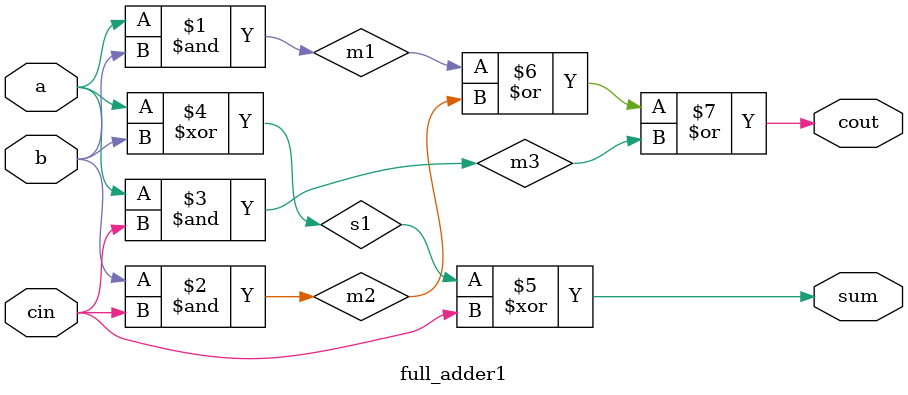
<source format=v>
module full_adder1(a,b,cin,sum,cout);
input a,b,cin;
output sum,cout;
wire s1,m1,m2,m3;
and (m1,a,b),
    (m2,b,cin),
    (m3,a,cin);
xor (s1,a,b),
    (sum,s1,cin);
or  (cout,m1,m2,m3);
endmodule


</source>
